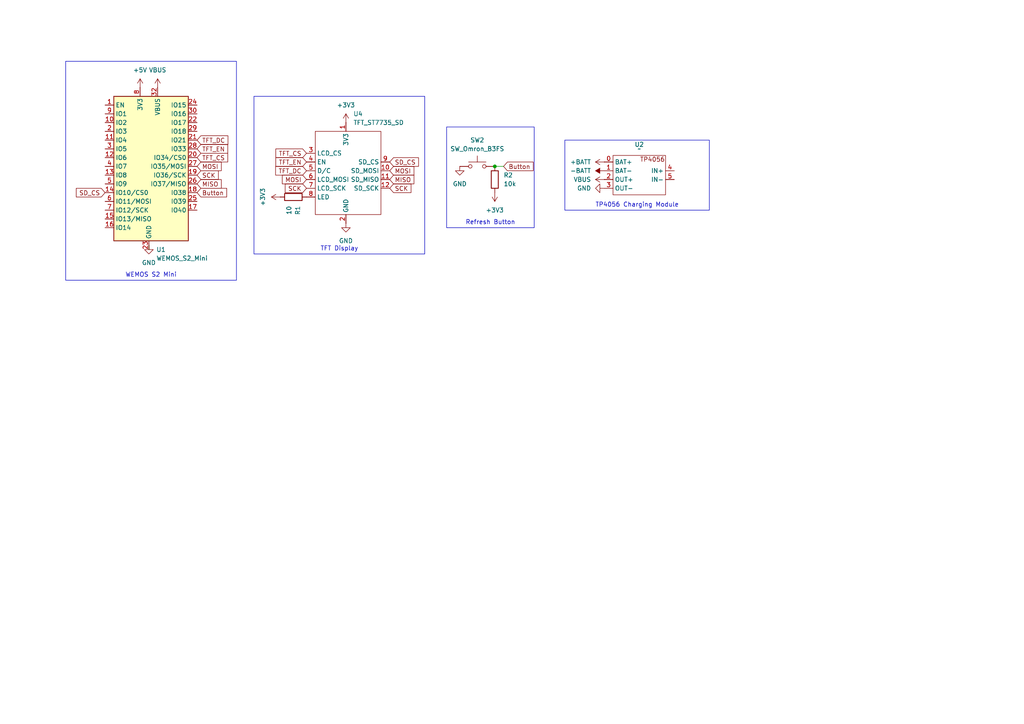
<source format=kicad_sch>
(kicad_sch
	(version 20241209)
	(generator "eeschema")
	(generator_version "8.99")
	(uuid "c79e4914-4b7d-4f53-856d-980a3bf819a4")
	(paper "A4")
	(lib_symbols
		(symbol "Device:R"
			(pin_numbers
				(hide yes)
			)
			(pin_names
				(offset 0)
			)
			(exclude_from_sim no)
			(in_bom yes)
			(on_board yes)
			(property "Reference" "R"
				(at 2.032 0 90)
				(effects
					(font
						(size 1.27 1.27)
					)
				)
			)
			(property "Value" "R"
				(at 0 0 90)
				(effects
					(font
						(size 1.27 1.27)
					)
				)
			)
			(property "Footprint" ""
				(at -1.778 0 90)
				(effects
					(font
						(size 1.27 1.27)
					)
					(hide yes)
				)
			)
			(property "Datasheet" "~"
				(at 0 0 0)
				(effects
					(font
						(size 1.27 1.27)
					)
					(hide yes)
				)
			)
			(property "Description" "Resistor"
				(at 0 0 0)
				(effects
					(font
						(size 1.27 1.27)
					)
					(hide yes)
				)
			)
			(property "ki_keywords" "R res resistor"
				(at 0 0 0)
				(effects
					(font
						(size 1.27 1.27)
					)
					(hide yes)
				)
			)
			(property "ki_fp_filters" "R_*"
				(at 0 0 0)
				(effects
					(font
						(size 1.27 1.27)
					)
					(hide yes)
				)
			)
			(symbol "R_0_1"
				(rectangle
					(start -1.016 -2.54)
					(end 1.016 2.54)
					(stroke
						(width 0.254)
						(type default)
					)
					(fill
						(type none)
					)
				)
			)
			(symbol "R_1_1"
				(pin passive line
					(at 0 3.81 270)
					(length 1.27)
					(name "~"
						(effects
							(font
								(size 1.27 1.27)
							)
						)
					)
					(number "1"
						(effects
							(font
								(size 1.27 1.27)
							)
						)
					)
				)
				(pin passive line
					(at 0 -3.81 90)
					(length 1.27)
					(name "~"
						(effects
							(font
								(size 1.27 1.27)
							)
						)
					)
					(number "2"
						(effects
							(font
								(size 1.27 1.27)
							)
						)
					)
				)
			)
			(embedded_fonts no)
		)
		(symbol "Switch:SW_Omron_B3FS"
			(pin_numbers
				(hide yes)
			)
			(pin_names
				(offset 1.016)
				(hide yes)
			)
			(exclude_from_sim no)
			(in_bom yes)
			(on_board yes)
			(property "Reference" "SW"
				(at 1.27 2.54 0)
				(effects
					(font
						(size 1.27 1.27)
					)
					(justify left)
				)
			)
			(property "Value" "SW_Omron_B3FS"
				(at 0 -1.524 0)
				(effects
					(font
						(size 1.27 1.27)
					)
				)
			)
			(property "Footprint" ""
				(at 0 5.08 0)
				(effects
					(font
						(size 1.27 1.27)
					)
					(hide yes)
				)
			)
			(property "Datasheet" "https://omronfs.omron.com/en_US/ecb/products/pdf/en-b3fs.pdf"
				(at 0 5.08 0)
				(effects
					(font
						(size 1.27 1.27)
					)
					(hide yes)
				)
			)
			(property "Description" "Omron B3FS 6x6mm single pole normally-open tactile switch"
				(at 0 0 0)
				(effects
					(font
						(size 1.27 1.27)
					)
					(hide yes)
				)
			)
			(property "ki_keywords" "switch normally-open pushbutton push-button"
				(at 0 0 0)
				(effects
					(font
						(size 1.27 1.27)
					)
					(hide yes)
				)
			)
			(property "ki_fp_filters" "SW*Omron*B3FS*"
				(at 0 0 0)
				(effects
					(font
						(size 1.27 1.27)
					)
					(hide yes)
				)
			)
			(symbol "SW_Omron_B3FS_0_1"
				(circle
					(center -2.032 0)
					(radius 0.508)
					(stroke
						(width 0)
						(type default)
					)
					(fill
						(type none)
					)
				)
				(polyline
					(pts
						(xy 0 1.27) (xy 0 3.048)
					)
					(stroke
						(width 0)
						(type default)
					)
					(fill
						(type none)
					)
				)
				(circle
					(center 2.032 0)
					(radius 0.508)
					(stroke
						(width 0)
						(type default)
					)
					(fill
						(type none)
					)
				)
				(polyline
					(pts
						(xy 2.54 1.27) (xy -2.54 1.27)
					)
					(stroke
						(width 0)
						(type default)
					)
					(fill
						(type none)
					)
				)
				(pin passive line
					(at -5.08 0 0)
					(length 2.54)
					(name "1"
						(effects
							(font
								(size 1.27 1.27)
							)
						)
					)
					(number "1"
						(effects
							(font
								(size 1.27 1.27)
							)
						)
					)
				)
				(pin passive line
					(at 5.08 0 180)
					(length 2.54)
					(name "2"
						(effects
							(font
								(size 1.27 1.27)
							)
						)
					)
					(number "2"
						(effects
							(font
								(size 1.27 1.27)
							)
						)
					)
				)
			)
			(embedded_fonts no)
		)
		(symbol "asylum-weather:TFT_ST7735_SD"
			(exclude_from_sim no)
			(in_bom yes)
			(on_board yes)
			(property "Reference" "U"
				(at 6.858 -15.748 0)
				(effects
					(font
						(size 1.27 1.27)
					)
				)
			)
			(property "Value" "TFT_ST7735_SD"
				(at 13.462 -18.288 0)
				(effects
					(font
						(size 1.27 1.27)
					)
				)
			)
			(property "Footprint" "asylum-weather:TFT_ST7735_SD"
				(at 0 0 0)
				(effects
					(font
						(size 1.27 1.27)
					)
					(hide yes)
				)
			)
			(property "Datasheet" ""
				(at 0 0 0)
				(effects
					(font
						(size 1.27 1.27)
					)
					(hide yes)
				)
			)
			(property "Description" ""
				(at 0 0 0)
				(effects
					(font
						(size 1.27 1.27)
					)
					(hide yes)
				)
			)
			(symbol "TFT_ST7735_SD_0_1"
				(rectangle
					(start -5.08 10.16)
					(end 13.97 -13.97)
					(stroke
						(width 0)
						(type default)
					)
					(fill
						(type none)
					)
				)
			)
			(symbol "TFT_ST7735_SD_1_1"
				(pin input line
					(at -7.62 3.81 0)
					(length 2.54)
					(name "LCD_CS"
						(effects
							(font
								(size 1.27 1.27)
							)
						)
					)
					(number "3"
						(effects
							(font
								(size 1.27 1.27)
							)
						)
					)
				)
				(pin input line
					(at -7.62 1.27 0)
					(length 2.54)
					(name "EN"
						(effects
							(font
								(size 1.27 1.27)
							)
						)
					)
					(number "4"
						(effects
							(font
								(size 1.27 1.27)
							)
						)
					)
				)
				(pin input line
					(at -7.62 -1.27 0)
					(length 2.54)
					(name "D/C"
						(effects
							(font
								(size 1.27 1.27)
							)
						)
					)
					(number "5"
						(effects
							(font
								(size 1.27 1.27)
							)
						)
					)
				)
				(pin input line
					(at -7.62 -3.81 0)
					(length 2.54)
					(name "LCD_MOSI"
						(effects
							(font
								(size 1.27 1.27)
							)
						)
					)
					(number "6"
						(effects
							(font
								(size 1.27 1.27)
							)
						)
					)
				)
				(pin input line
					(at -7.62 -6.35 0)
					(length 2.54)
					(name "LCD_SCK"
						(effects
							(font
								(size 1.27 1.27)
							)
						)
					)
					(number "7"
						(effects
							(font
								(size 1.27 1.27)
							)
						)
					)
				)
				(pin power_in line
					(at -7.62 -8.89 0)
					(length 2.54)
					(name "LED"
						(effects
							(font
								(size 1.27 1.27)
							)
						)
					)
					(number "8"
						(effects
							(font
								(size 1.27 1.27)
							)
						)
					)
				)
				(pin power_in line
					(at 3.81 12.7 270)
					(length 2.54)
					(name "3V3"
						(effects
							(font
								(size 1.27 1.27)
							)
						)
					)
					(number "1"
						(effects
							(font
								(size 1.27 1.27)
							)
						)
					)
				)
				(pin power_in line
					(at 3.81 -16.51 90)
					(length 2.54)
					(name "GND"
						(effects
							(font
								(size 1.27 1.27)
							)
						)
					)
					(number "2"
						(effects
							(font
								(size 1.27 1.27)
							)
						)
					)
				)
				(pin input line
					(at 16.51 1.27 180)
					(length 2.54)
					(name "SD_CS"
						(effects
							(font
								(size 1.27 1.27)
							)
						)
					)
					(number "9"
						(effects
							(font
								(size 1.27 1.27)
							)
						)
					)
				)
				(pin input line
					(at 16.51 -1.27 180)
					(length 2.54)
					(name "SD_MOSI"
						(effects
							(font
								(size 1.27 1.27)
							)
						)
					)
					(number "10"
						(effects
							(font
								(size 1.27 1.27)
							)
						)
					)
				)
				(pin output line
					(at 16.51 -3.81 180)
					(length 2.54)
					(name "SD_MISO"
						(effects
							(font
								(size 1.27 1.27)
							)
						)
					)
					(number "11"
						(effects
							(font
								(size 1.27 1.27)
							)
						)
					)
				)
				(pin input line
					(at 16.51 -6.35 180)
					(length 2.54)
					(name "SD_SCK"
						(effects
							(font
								(size 1.27 1.27)
							)
						)
					)
					(number "12"
						(effects
							(font
								(size 1.27 1.27)
							)
						)
					)
				)
			)
			(embedded_fonts no)
		)
		(symbol "asylum-weather:TP4056"
			(exclude_from_sim no)
			(in_bom yes)
			(on_board yes)
			(property "Reference" "U"
				(at 0 0 0)
				(effects
					(font
						(size 1.27 1.27)
					)
				)
			)
			(property "Value" ""
				(at 0 0 0)
				(effects
					(font
						(size 1.27 1.27)
					)
				)
			)
			(property "Footprint" ""
				(at 0 0 0)
				(effects
					(font
						(size 1.27 1.27)
					)
					(hide yes)
				)
			)
			(property "Datasheet" ""
				(at 0 0 0)
				(effects
					(font
						(size 1.27 1.27)
					)
					(hide yes)
				)
			)
			(property "Description" ""
				(at 0 0 0)
				(effects
					(font
						(size 1.27 1.27)
					)
					(hide yes)
				)
			)
			(symbol "TP4056_0_1"
				(rectangle
					(start -7.62 5.715)
					(end 7.62 -5.715)
					(stroke
						(width 0)
						(type default)
					)
					(fill
						(type none)
					)
				)
			)
			(symbol "TP4056_1_1"
				(text "TP4056\n"
					(at 3.81 4.572 0)
					(effects
						(font
							(size 1.27 1.27)
						)
					)
				)
				(pin power_out line
					(at -10.16 3.81 0)
					(length 2.54)
					(name "BAT+"
						(effects
							(font
								(size 1.27 1.27)
							)
						)
					)
					(number "0"
						(effects
							(font
								(size 1.27 1.27)
							)
						)
					)
				)
				(pin power_out line
					(at -10.16 1.27 0)
					(length 2.54)
					(name "BAT-"
						(effects
							(font
								(size 1.27 1.27)
							)
						)
					)
					(number "1"
						(effects
							(font
								(size 1.27 1.27)
							)
						)
					)
				)
				(pin power_out line
					(at -10.16 -1.27 0)
					(length 2.54)
					(name "OUT+"
						(effects
							(font
								(size 1.27 1.27)
							)
						)
					)
					(number "2"
						(effects
							(font
								(size 1.27 1.27)
							)
						)
					)
				)
				(pin power_out line
					(at -10.16 -3.81 0)
					(length 2.54)
					(name "OUT-"
						(effects
							(font
								(size 1.27 1.27)
							)
						)
					)
					(number "3"
						(effects
							(font
								(size 1.27 1.27)
							)
						)
					)
				)
				(pin power_out line
					(at 10.16 1.27 180)
					(length 2.54)
					(name "IN+"
						(effects
							(font
								(size 1.27 1.27)
							)
						)
					)
					(number "4"
						(effects
							(font
								(size 1.27 1.27)
							)
						)
					)
				)
				(pin power_out line
					(at 10.16 -1.27 180)
					(length 2.54)
					(name "IN-"
						(effects
							(font
								(size 1.27 1.27)
							)
						)
					)
					(number "5"
						(effects
							(font
								(size 1.27 1.27)
							)
						)
					)
				)
			)
			(embedded_fonts no)
		)
		(symbol "asylum-weather:WEMOS_S2_Mini"
			(exclude_from_sim no)
			(in_bom yes)
			(on_board yes)
			(property "Reference" "U1"
				(at 21.336 -29.21 0)
				(effects
					(font
						(size 1.27 1.27)
					)
					(justify left)
				)
			)
			(property "Value" "WEMOS_S2_Mini"
				(at 21.336 -31.75 0)
				(effects
					(font
						(size 1.27 1.27)
					)
					(justify left)
				)
			)
			(property "Footprint" "asylum-weather:WEMOS_S2_Mini"
				(at 0 -29.21 0)
				(effects
					(font
						(size 1.27 1.27)
					)
					(hide yes)
				)
			)
			(property "Datasheet" "https://wiki.wemos.cc/products:d1:d1_mini#documentation"
				(at -46.99 -29.21 0)
				(effects
					(font
						(size 1.27 1.27)
					)
					(hide yes)
				)
			)
			(property "Description" "32-bit microcontroller module with WiFi"
				(at 0 0 0)
				(effects
					(font
						(size 1.27 1.27)
					)
					(hide yes)
				)
			)
			(property "ki_keywords" "ESP8266 WiFi microcontroller ESP8266EX"
				(at 0 0 0)
				(effects
					(font
						(size 1.27 1.27)
					)
					(hide yes)
				)
			)
			(property "ki_fp_filters" "WEMOS*D1*mini*"
				(at 0 0 0)
				(effects
					(font
						(size 1.27 1.27)
					)
					(hide yes)
				)
			)
			(symbol "WEMOS_S2_Mini_1_1"
				(rectangle
					(start -7.62 17.78)
					(end 13.97 -24.13)
					(stroke
						(width 0.254)
						(type default)
					)
					(fill
						(type background)
					)
				)
				(pin input line
					(at -10.16 15.24 0)
					(length 2.54)
					(name "EN"
						(effects
							(font
								(size 1.27 1.27)
							)
						)
					)
					(number "1"
						(effects
							(font
								(size 1.27 1.27)
							)
						)
					)
				)
				(pin bidirectional line
					(at -10.16 12.7 0)
					(length 2.54)
					(name "IO1"
						(effects
							(font
								(size 1.27 1.27)
							)
						)
					)
					(number "9"
						(effects
							(font
								(size 1.27 1.27)
							)
						)
					)
				)
				(pin bidirectional line
					(at -10.16 10.16 0)
					(length 2.54)
					(name "IO2"
						(effects
							(font
								(size 1.27 1.27)
							)
						)
					)
					(number "10"
						(effects
							(font
								(size 1.27 1.27)
							)
						)
					)
				)
				(pin bidirectional line
					(at -10.16 7.62 0)
					(length 2.54)
					(name "IO3"
						(effects
							(font
								(size 1.27 1.27)
							)
						)
					)
					(number "2"
						(effects
							(font
								(size 1.27 1.27)
							)
						)
					)
				)
				(pin bidirectional line
					(at -10.16 5.08 0)
					(length 2.54)
					(name "IO4"
						(effects
							(font
								(size 1.27 1.27)
							)
						)
					)
					(number "11"
						(effects
							(font
								(size 1.27 1.27)
							)
						)
					)
				)
				(pin bidirectional line
					(at -10.16 2.54 0)
					(length 2.54)
					(name "IO5"
						(effects
							(font
								(size 1.27 1.27)
							)
						)
					)
					(number "3"
						(effects
							(font
								(size 1.27 1.27)
							)
						)
					)
				)
				(pin bidirectional line
					(at -10.16 0 0)
					(length 2.54)
					(name "IO6"
						(effects
							(font
								(size 1.27 1.27)
							)
						)
					)
					(number "12"
						(effects
							(font
								(size 1.27 1.27)
							)
						)
					)
				)
				(pin bidirectional line
					(at -10.16 -2.54 0)
					(length 2.54)
					(name "IO7"
						(effects
							(font
								(size 1.27 1.27)
							)
						)
					)
					(number "4"
						(effects
							(font
								(size 1.27 1.27)
							)
						)
					)
				)
				(pin bidirectional line
					(at -10.16 -5.08 0)
					(length 2.54)
					(name "IO8"
						(effects
							(font
								(size 1.27 1.27)
							)
						)
					)
					(number "13"
						(effects
							(font
								(size 1.27 1.27)
							)
						)
					)
				)
				(pin bidirectional line
					(at -10.16 -7.62 0)
					(length 2.54)
					(name "IO9"
						(effects
							(font
								(size 1.27 1.27)
							)
						)
					)
					(number "5"
						(effects
							(font
								(size 1.27 1.27)
							)
						)
					)
				)
				(pin bidirectional line
					(at -10.16 -10.16 0)
					(length 2.54)
					(name "IO10/CS0"
						(effects
							(font
								(size 1.27 1.27)
							)
						)
					)
					(number "14"
						(effects
							(font
								(size 1.27 1.27)
							)
						)
					)
				)
				(pin bidirectional line
					(at -10.16 -12.7 0)
					(length 2.54)
					(name "IO11/MOSI"
						(effects
							(font
								(size 1.27 1.27)
							)
						)
					)
					(number "6"
						(effects
							(font
								(size 1.27 1.27)
							)
						)
					)
				)
				(pin bidirectional line
					(at -10.16 -15.24 0)
					(length 2.54)
					(name "IO12/SCK"
						(effects
							(font
								(size 1.27 1.27)
							)
						)
					)
					(number "7"
						(effects
							(font
								(size 1.27 1.27)
							)
						)
					)
				)
				(pin bidirectional line
					(at -10.16 -17.78 0)
					(length 2.54)
					(name "IO13/MISO"
						(effects
							(font
								(size 1.27 1.27)
							)
						)
					)
					(number "15"
						(effects
							(font
								(size 1.27 1.27)
							)
						)
					)
				)
				(pin bidirectional line
					(at -10.16 -20.32 0)
					(length 2.54)
					(name "IO14"
						(effects
							(font
								(size 1.27 1.27)
							)
						)
					)
					(number "16"
						(effects
							(font
								(size 1.27 1.27)
							)
						)
					)
				)
				(pin power_out line
					(at 0 20.32 270)
					(length 2.54)
					(name "3V3"
						(effects
							(font
								(size 1.27 1.27)
							)
						)
					)
					(number "8"
						(effects
							(font
								(size 1.27 1.27)
							)
						)
					)
				)
				(pin power_out line
					(at 2.54 -26.67 90)
					(length 2.54)
					(name "GND"
						(effects
							(font
								(size 1.27 1.27)
							)
						)
					)
					(number "23"
						(effects
							(font
								(size 1.27 1.27)
							)
						)
					)
				)
				(pin power_in line
					(at 5.08 20.32 270)
					(length 2.54)
					(name "VBUS"
						(effects
							(font
								(size 1.27 1.27)
							)
						)
					)
					(number "32"
						(effects
							(font
								(size 1.27 1.27)
							)
						)
					)
				)
				(pin bidirectional line
					(at 16.51 15.24 180)
					(length 2.54)
					(name "IO15"
						(effects
							(font
								(size 1.27 1.27)
							)
						)
					)
					(number "24"
						(effects
							(font
								(size 1.27 1.27)
							)
						)
					)
				)
				(pin bidirectional line
					(at 16.51 12.7 180)
					(length 2.54)
					(name "IO16"
						(effects
							(font
								(size 1.27 1.27)
							)
						)
					)
					(number "30"
						(effects
							(font
								(size 1.27 1.27)
							)
						)
					)
				)
				(pin bidirectional line
					(at 16.51 10.16 180)
					(length 2.54)
					(name "IO17"
						(effects
							(font
								(size 1.27 1.27)
							)
						)
					)
					(number "22"
						(effects
							(font
								(size 1.27 1.27)
							)
						)
					)
				)
				(pin bidirectional line
					(at 16.51 7.62 180)
					(length 2.54)
					(name "IO18"
						(effects
							(font
								(size 1.27 1.27)
							)
						)
					)
					(number "29"
						(effects
							(font
								(size 1.27 1.27)
							)
						)
					)
				)
				(pin bidirectional line
					(at 16.51 5.08 180)
					(length 2.54)
					(name "IO21"
						(effects
							(font
								(size 1.27 1.27)
							)
						)
					)
					(number "21"
						(effects
							(font
								(size 1.27 1.27)
							)
						)
					)
				)
				(pin bidirectional line
					(at 16.51 2.54 180)
					(length 2.54)
					(name "IO33"
						(effects
							(font
								(size 1.27 1.27)
							)
						)
					)
					(number "28"
						(effects
							(font
								(size 1.27 1.27)
							)
						)
					)
				)
				(pin bidirectional line
					(at 16.51 0 180)
					(length 2.54)
					(name "IO34/CS0"
						(effects
							(font
								(size 1.27 1.27)
							)
						)
					)
					(number "20"
						(effects
							(font
								(size 1.27 1.27)
							)
						)
					)
				)
				(pin bidirectional line
					(at 16.51 -2.54 180)
					(length 2.54)
					(name "IO35/MOSI"
						(effects
							(font
								(size 1.27 1.27)
							)
						)
					)
					(number "27"
						(effects
							(font
								(size 1.27 1.27)
							)
						)
					)
				)
				(pin bidirectional line
					(at 16.51 -5.08 180)
					(length 2.54)
					(name "IO36/SCK"
						(effects
							(font
								(size 1.27 1.27)
							)
						)
					)
					(number "19"
						(effects
							(font
								(size 1.27 1.27)
							)
						)
					)
				)
				(pin bidirectional line
					(at 16.51 -7.62 180)
					(length 2.54)
					(name "IO37/MISO"
						(effects
							(font
								(size 1.27 1.27)
							)
						)
					)
					(number "26"
						(effects
							(font
								(size 1.27 1.27)
							)
						)
					)
				)
				(pin bidirectional line
					(at 16.51 -10.16 180)
					(length 2.54)
					(name "IO38"
						(effects
							(font
								(size 1.27 1.27)
							)
						)
					)
					(number "18"
						(effects
							(font
								(size 1.27 1.27)
							)
						)
					)
				)
				(pin bidirectional line
					(at 16.51 -12.7 180)
					(length 2.54)
					(name "IO39"
						(effects
							(font
								(size 1.27 1.27)
							)
						)
					)
					(number "25"
						(effects
							(font
								(size 1.27 1.27)
							)
						)
					)
				)
				(pin bidirectional line
					(at 16.51 -15.24 180)
					(length 2.54)
					(name "IO40"
						(effects
							(font
								(size 1.27 1.27)
							)
						)
					)
					(number "17"
						(effects
							(font
								(size 1.27 1.27)
							)
						)
					)
				)
			)
			(embedded_fonts no)
		)
		(symbol "power:+3V3"
			(power)
			(pin_numbers
				(hide yes)
			)
			(pin_names
				(offset 0)
				(hide yes)
			)
			(exclude_from_sim no)
			(in_bom yes)
			(on_board yes)
			(property "Reference" "#PWR"
				(at 0 -3.81 0)
				(effects
					(font
						(size 1.27 1.27)
					)
					(hide yes)
				)
			)
			(property "Value" "+3V3"
				(at 0 3.556 0)
				(effects
					(font
						(size 1.27 1.27)
					)
				)
			)
			(property "Footprint" ""
				(at 0 0 0)
				(effects
					(font
						(size 1.27 1.27)
					)
					(hide yes)
				)
			)
			(property "Datasheet" ""
				(at 0 0 0)
				(effects
					(font
						(size 1.27 1.27)
					)
					(hide yes)
				)
			)
			(property "Description" "Power symbol creates a global label with name \"+3V3\""
				(at 0 0 0)
				(effects
					(font
						(size 1.27 1.27)
					)
					(hide yes)
				)
			)
			(property "ki_keywords" "global power"
				(at 0 0 0)
				(effects
					(font
						(size 1.27 1.27)
					)
					(hide yes)
				)
			)
			(symbol "+3V3_0_1"
				(polyline
					(pts
						(xy -0.762 1.27) (xy 0 2.54)
					)
					(stroke
						(width 0)
						(type default)
					)
					(fill
						(type none)
					)
				)
				(polyline
					(pts
						(xy 0 2.54) (xy 0.762 1.27)
					)
					(stroke
						(width 0)
						(type default)
					)
					(fill
						(type none)
					)
				)
				(polyline
					(pts
						(xy 0 0) (xy 0 2.54)
					)
					(stroke
						(width 0)
						(type default)
					)
					(fill
						(type none)
					)
				)
			)
			(symbol "+3V3_1_1"
				(pin power_in line
					(at 0 0 90)
					(length 0)
					(name "~"
						(effects
							(font
								(size 1.27 1.27)
							)
						)
					)
					(number "1"
						(effects
							(font
								(size 1.27 1.27)
							)
						)
					)
				)
			)
			(embedded_fonts no)
		)
		(symbol "power:+5V"
			(power)
			(pin_numbers
				(hide yes)
			)
			(pin_names
				(offset 0)
				(hide yes)
			)
			(exclude_from_sim no)
			(in_bom yes)
			(on_board yes)
			(property "Reference" "#PWR"
				(at 0 -3.81 0)
				(effects
					(font
						(size 1.27 1.27)
					)
					(hide yes)
				)
			)
			(property "Value" "+5V"
				(at 0 3.556 0)
				(effects
					(font
						(size 1.27 1.27)
					)
				)
			)
			(property "Footprint" ""
				(at 0 0 0)
				(effects
					(font
						(size 1.27 1.27)
					)
					(hide yes)
				)
			)
			(property "Datasheet" ""
				(at 0 0 0)
				(effects
					(font
						(size 1.27 1.27)
					)
					(hide yes)
				)
			)
			(property "Description" "Power symbol creates a global label with name \"+5V\""
				(at 0 0 0)
				(effects
					(font
						(size 1.27 1.27)
					)
					(hide yes)
				)
			)
			(property "ki_keywords" "global power"
				(at 0 0 0)
				(effects
					(font
						(size 1.27 1.27)
					)
					(hide yes)
				)
			)
			(symbol "+5V_0_1"
				(polyline
					(pts
						(xy -0.762 1.27) (xy 0 2.54)
					)
					(stroke
						(width 0)
						(type default)
					)
					(fill
						(type none)
					)
				)
				(polyline
					(pts
						(xy 0 2.54) (xy 0.762 1.27)
					)
					(stroke
						(width 0)
						(type default)
					)
					(fill
						(type none)
					)
				)
				(polyline
					(pts
						(xy 0 0) (xy 0 2.54)
					)
					(stroke
						(width 0)
						(type default)
					)
					(fill
						(type none)
					)
				)
			)
			(symbol "+5V_1_1"
				(pin power_in line
					(at 0 0 90)
					(length 0)
					(name "~"
						(effects
							(font
								(size 1.27 1.27)
							)
						)
					)
					(number "1"
						(effects
							(font
								(size 1.27 1.27)
							)
						)
					)
				)
			)
			(embedded_fonts no)
		)
		(symbol "power:+BATT"
			(power)
			(pin_numbers
				(hide yes)
			)
			(pin_names
				(offset 0)
				(hide yes)
			)
			(exclude_from_sim no)
			(in_bom yes)
			(on_board yes)
			(property "Reference" "#PWR"
				(at 0 -3.81 0)
				(effects
					(font
						(size 1.27 1.27)
					)
					(hide yes)
				)
			)
			(property "Value" "+BATT"
				(at 0 3.556 0)
				(effects
					(font
						(size 1.27 1.27)
					)
				)
			)
			(property "Footprint" ""
				(at 0 0 0)
				(effects
					(font
						(size 1.27 1.27)
					)
					(hide yes)
				)
			)
			(property "Datasheet" ""
				(at 0 0 0)
				(effects
					(font
						(size 1.27 1.27)
					)
					(hide yes)
				)
			)
			(property "Description" "Power symbol creates a global label with name \"+BATT\""
				(at 0 0 0)
				(effects
					(font
						(size 1.27 1.27)
					)
					(hide yes)
				)
			)
			(property "ki_keywords" "global power battery"
				(at 0 0 0)
				(effects
					(font
						(size 1.27 1.27)
					)
					(hide yes)
				)
			)
			(symbol "+BATT_0_1"
				(polyline
					(pts
						(xy -0.762 1.27) (xy 0 2.54)
					)
					(stroke
						(width 0)
						(type default)
					)
					(fill
						(type none)
					)
				)
				(polyline
					(pts
						(xy 0 2.54) (xy 0.762 1.27)
					)
					(stroke
						(width 0)
						(type default)
					)
					(fill
						(type none)
					)
				)
				(polyline
					(pts
						(xy 0 0) (xy 0 2.54)
					)
					(stroke
						(width 0)
						(type default)
					)
					(fill
						(type none)
					)
				)
			)
			(symbol "+BATT_1_1"
				(pin power_in line
					(at 0 0 90)
					(length 0)
					(name "~"
						(effects
							(font
								(size 1.27 1.27)
							)
						)
					)
					(number "1"
						(effects
							(font
								(size 1.27 1.27)
							)
						)
					)
				)
			)
			(embedded_fonts no)
		)
		(symbol "power:-BATT"
			(power)
			(pin_numbers
				(hide yes)
			)
			(pin_names
				(offset 0)
				(hide yes)
			)
			(exclude_from_sim no)
			(in_bom yes)
			(on_board yes)
			(property "Reference" "#PWR"
				(at 0 -3.81 0)
				(effects
					(font
						(size 1.27 1.27)
					)
					(hide yes)
				)
			)
			(property "Value" "-BATT"
				(at 0 3.556 0)
				(effects
					(font
						(size 1.27 1.27)
					)
				)
			)
			(property "Footprint" ""
				(at 0 0 0)
				(effects
					(font
						(size 1.27 1.27)
					)
					(hide yes)
				)
			)
			(property "Datasheet" ""
				(at 0 0 0)
				(effects
					(font
						(size 1.27 1.27)
					)
					(hide yes)
				)
			)
			(property "Description" "Power symbol creates a global label with name \"-BATT\""
				(at 0 0 0)
				(effects
					(font
						(size 1.27 1.27)
					)
					(hide yes)
				)
			)
			(property "ki_keywords" "global power battery"
				(at 0 0 0)
				(effects
					(font
						(size 1.27 1.27)
					)
					(hide yes)
				)
			)
			(symbol "-BATT_0_1"
				(polyline
					(pts
						(xy 0 0) (xy 0 2.54)
					)
					(stroke
						(width 0)
						(type default)
					)
					(fill
						(type none)
					)
				)
				(polyline
					(pts
						(xy 0.762 1.27) (xy -0.762 1.27) (xy 0 2.54) (xy 0.762 1.27)
					)
					(stroke
						(width 0)
						(type default)
					)
					(fill
						(type outline)
					)
				)
			)
			(symbol "-BATT_1_1"
				(pin power_in line
					(at 0 0 90)
					(length 0)
					(name "~"
						(effects
							(font
								(size 1.27 1.27)
							)
						)
					)
					(number "1"
						(effects
							(font
								(size 1.27 1.27)
							)
						)
					)
				)
			)
			(embedded_fonts no)
		)
		(symbol "power:GND"
			(power)
			(pin_numbers
				(hide yes)
			)
			(pin_names
				(offset 0)
				(hide yes)
			)
			(exclude_from_sim no)
			(in_bom yes)
			(on_board yes)
			(property "Reference" "#PWR"
				(at 0 -6.35 0)
				(effects
					(font
						(size 1.27 1.27)
					)
					(hide yes)
				)
			)
			(property "Value" "GND"
				(at 0 -3.81 0)
				(effects
					(font
						(size 1.27 1.27)
					)
				)
			)
			(property "Footprint" ""
				(at 0 0 0)
				(effects
					(font
						(size 1.27 1.27)
					)
					(hide yes)
				)
			)
			(property "Datasheet" ""
				(at 0 0 0)
				(effects
					(font
						(size 1.27 1.27)
					)
					(hide yes)
				)
			)
			(property "Description" "Power symbol creates a global label with name \"GND\" , ground"
				(at 0 0 0)
				(effects
					(font
						(size 1.27 1.27)
					)
					(hide yes)
				)
			)
			(property "ki_keywords" "global power"
				(at 0 0 0)
				(effects
					(font
						(size 1.27 1.27)
					)
					(hide yes)
				)
			)
			(symbol "GND_0_1"
				(polyline
					(pts
						(xy 0 0) (xy 0 -1.27) (xy 1.27 -1.27) (xy 0 -2.54) (xy -1.27 -1.27) (xy 0 -1.27)
					)
					(stroke
						(width 0)
						(type default)
					)
					(fill
						(type none)
					)
				)
			)
			(symbol "GND_1_1"
				(pin power_in line
					(at 0 0 270)
					(length 0)
					(name "~"
						(effects
							(font
								(size 1.27 1.27)
							)
						)
					)
					(number "1"
						(effects
							(font
								(size 1.27 1.27)
							)
						)
					)
				)
			)
			(embedded_fonts no)
		)
		(symbol "power:VBUS"
			(power)
			(pin_numbers
				(hide yes)
			)
			(pin_names
				(offset 0)
				(hide yes)
			)
			(exclude_from_sim no)
			(in_bom yes)
			(on_board yes)
			(property "Reference" "#PWR"
				(at 0 -3.81 0)
				(effects
					(font
						(size 1.27 1.27)
					)
					(hide yes)
				)
			)
			(property "Value" "VBUS"
				(at 0 3.556 0)
				(effects
					(font
						(size 1.27 1.27)
					)
				)
			)
			(property "Footprint" ""
				(at 0 0 0)
				(effects
					(font
						(size 1.27 1.27)
					)
					(hide yes)
				)
			)
			(property "Datasheet" ""
				(at 0 0 0)
				(effects
					(font
						(size 1.27 1.27)
					)
					(hide yes)
				)
			)
			(property "Description" "Power symbol creates a global label with name \"VBUS\""
				(at 0 0 0)
				(effects
					(font
						(size 1.27 1.27)
					)
					(hide yes)
				)
			)
			(property "ki_keywords" "global power"
				(at 0 0 0)
				(effects
					(font
						(size 1.27 1.27)
					)
					(hide yes)
				)
			)
			(symbol "VBUS_0_1"
				(polyline
					(pts
						(xy -0.762 1.27) (xy 0 2.54)
					)
					(stroke
						(width 0)
						(type default)
					)
					(fill
						(type none)
					)
				)
				(polyline
					(pts
						(xy 0 2.54) (xy 0.762 1.27)
					)
					(stroke
						(width 0)
						(type default)
					)
					(fill
						(type none)
					)
				)
				(polyline
					(pts
						(xy 0 0) (xy 0 2.54)
					)
					(stroke
						(width 0)
						(type default)
					)
					(fill
						(type none)
					)
				)
			)
			(symbol "VBUS_1_1"
				(pin power_in line
					(at 0 0 90)
					(length 0)
					(name "~"
						(effects
							(font
								(size 1.27 1.27)
							)
						)
					)
					(number "1"
						(effects
							(font
								(size 1.27 1.27)
							)
						)
					)
				)
			)
			(embedded_fonts no)
		)
	)
	(text_box "Refresh Button\n"
		(exclude_from_sim no)
		(at 129.54 36.83 0)
		(size 25.4 29.21)
		(margins 0.9525 0.9525 0.9525 0.9525)
		(stroke
			(width 0)
			(type default)
		)
		(fill
			(type none)
		)
		(effects
			(font
				(size 1.27 1.27)
			)
			(justify bottom)
		)
		(uuid "65e9d80e-3f4d-4ab3-a453-be3119fce998")
	)
	(text_box "TP4056 Charging Module\n"
		(exclude_from_sim no)
		(at 163.83 40.64 0)
		(size 41.91 20.32)
		(margins 0.9525 0.9525 0.9525 0.9525)
		(stroke
			(width 0)
			(type default)
		)
		(fill
			(type none)
		)
		(effects
			(font
				(size 1.27 1.27)
			)
			(justify bottom)
		)
		(uuid "69747a7d-76cd-4c1a-8b68-319af0ca970b")
	)
	(text_box "TFT Display"
		(exclude_from_sim no)
		(at 73.66 27.94 0)
		(size 49.53 45.72)
		(margins 0.9525 0.9525 0.9525 0.9525)
		(stroke
			(width 0)
			(type default)
		)
		(fill
			(type none)
		)
		(effects
			(font
				(size 1.27 1.27)
			)
			(justify bottom)
		)
		(uuid "857de813-1f3c-4467-bef3-7254061cb610")
	)
	(text_box "WEMOS S2 Mini"
		(exclude_from_sim no)
		(at 19.05 17.78 0)
		(size 49.53 63.5)
		(margins 0.9525 0.9525 0.9525 0.9525)
		(stroke
			(width 0)
			(type default)
		)
		(fill
			(type none)
		)
		(effects
			(font
				(size 1.27 1.27)
			)
			(justify bottom)
		)
		(uuid "cc6c5b0b-0834-405f-bdaf-9e99f8475eaf")
	)
	(junction
		(at 143.51 48.26)
		(diameter 0)
		(color 0 0 0 0)
		(uuid "bc07f317-8226-4eb7-a16a-a1db5ac73f73")
	)
	(wire
		(pts
			(xy 43.18 72.39) (xy 43.18 71.12)
		)
		(stroke
			(width 0)
			(type default)
		)
		(uuid "106633f1-c170-49a4-a9fb-1fb5b2caf8ad")
	)
	(wire
		(pts
			(xy 143.51 48.26) (xy 146.05 48.26)
		)
		(stroke
			(width 0)
			(type default)
		)
		(uuid "749df409-549c-4577-afaa-6246dbd139ff")
	)
	(global_label "MISO"
		(shape input)
		(at 57.15 53.34 0)
		(fields_autoplaced yes)
		(effects
			(font
				(size 1.27 1.27)
			)
			(justify left)
		)
		(uuid "011faff2-2e20-4404-a81d-b87a84776448")
		(property "Intersheetrefs" "${INTERSHEET_REFS}"
			(at 64.7314 53.34 0)
			(effects
				(font
					(size 1.27 1.27)
				)
				(justify left)
				(hide yes)
			)
		)
	)
	(global_label "TFT_CS"
		(shape input)
		(at 88.9 44.45 180)
		(fields_autoplaced yes)
		(effects
			(font
				(size 1.27 1.27)
			)
			(justify right)
		)
		(uuid "06c8b9d7-d882-4c9a-ba90-008101d85c19")
		(property "Intersheetrefs" "${INTERSHEET_REFS}"
			(at 79.4439 44.45 0)
			(effects
				(font
					(size 1.27 1.27)
				)
				(justify right)
				(hide yes)
			)
		)
	)
	(global_label "SD_CS"
		(shape input)
		(at 113.03 46.99 0)
		(fields_autoplaced yes)
		(effects
			(font
				(size 1.27 1.27)
			)
			(justify left)
		)
		(uuid "0818c0ca-326c-4a7d-bec4-a4283fa6658a")
		(property "Intersheetrefs" "${INTERSHEET_REFS}"
			(at 121.9418 46.99 0)
			(effects
				(font
					(size 1.27 1.27)
				)
				(justify left)
				(hide yes)
			)
		)
	)
	(global_label "TFT_EN"
		(shape input)
		(at 88.9 46.99 180)
		(fields_autoplaced yes)
		(effects
			(font
				(size 1.27 1.27)
			)
			(justify right)
		)
		(uuid "157a91ab-a80b-42f1-9273-5fadfd719b9a")
		(property "Intersheetrefs" "${INTERSHEET_REFS}"
			(at 79.4439 46.99 0)
			(effects
				(font
					(size 1.27 1.27)
				)
				(justify right)
				(hide yes)
			)
		)
	)
	(global_label "SCK"
		(shape input)
		(at 57.15 50.8 0)
		(fields_autoplaced yes)
		(effects
			(font
				(size 1.27 1.27)
			)
			(justify left)
		)
		(uuid "2c36883d-a6c7-4971-810f-23cfed231ad6")
		(property "Intersheetrefs" "${INTERSHEET_REFS}"
			(at 63.8847 50.8 0)
			(effects
				(font
					(size 1.27 1.27)
				)
				(justify left)
				(hide yes)
			)
		)
	)
	(global_label "TFT_CS"
		(shape input)
		(at 57.15 45.72 0)
		(fields_autoplaced yes)
		(effects
			(font
				(size 1.27 1.27)
			)
			(justify left)
		)
		(uuid "34df8312-0cad-4db3-a27f-501e43ae5afc")
		(property "Intersheetrefs" "${INTERSHEET_REFS}"
			(at 66.6061 45.72 0)
			(effects
				(font
					(size 1.27 1.27)
				)
				(justify left)
				(hide yes)
			)
		)
	)
	(global_label "TFT_DC"
		(shape input)
		(at 57.15 40.64 0)
		(fields_autoplaced yes)
		(effects
			(font
				(size 1.27 1.27)
			)
			(justify left)
		)
		(uuid "595cc721-2ae7-446a-8205-c31365560426")
		(property "Intersheetrefs" "${INTERSHEET_REFS}"
			(at 66.6666 40.64 0)
			(effects
				(font
					(size 1.27 1.27)
				)
				(justify left)
				(hide yes)
			)
		)
	)
	(global_label "SD_CS"
		(shape input)
		(at 30.48 55.88 180)
		(fields_autoplaced yes)
		(effects
			(font
				(size 1.27 1.27)
			)
			(justify right)
		)
		(uuid "776cb8d0-223f-4c19-831d-dead961c7971")
		(property "Intersheetrefs" "${INTERSHEET_REFS}"
			(at 21.5682 55.88 0)
			(effects
				(font
					(size 1.27 1.27)
				)
				(justify right)
				(hide yes)
			)
		)
	)
	(global_label "SCK"
		(shape input)
		(at 88.9 54.61 180)
		(fields_autoplaced yes)
		(effects
			(font
				(size 1.27 1.27)
			)
			(justify right)
		)
		(uuid "78b277bf-41a7-4381-925c-128f4e669758")
		(property "Intersheetrefs" "${INTERSHEET_REFS}"
			(at 82.1653 54.61 0)
			(effects
				(font
					(size 1.27 1.27)
				)
				(justify right)
				(hide yes)
			)
		)
	)
	(global_label "Button"
		(shape input)
		(at 146.05 48.26 0)
		(fields_autoplaced yes)
		(effects
			(font
				(size 1.27 1.27)
			)
			(justify left)
		)
		(uuid "79eefb80-a543-4bd9-8d06-4a4482f105f7")
		(property "Intersheetrefs" "${INTERSHEET_REFS}"
			(at 155.2036 48.26 0)
			(effects
				(font
					(size 1.27 1.27)
				)
				(justify left)
				(hide yes)
			)
		)
	)
	(global_label "MISO"
		(shape input)
		(at 113.03 52.07 0)
		(fields_autoplaced yes)
		(effects
			(font
				(size 1.27 1.27)
			)
			(justify left)
		)
		(uuid "93a8974b-6673-4502-af9e-6e5ef1ec2e9e")
		(property "Intersheetrefs" "${INTERSHEET_REFS}"
			(at 120.6114 52.07 0)
			(effects
				(font
					(size 1.27 1.27)
				)
				(justify left)
				(hide yes)
			)
		)
	)
	(global_label "SCK"
		(shape input)
		(at 113.03 54.61 0)
		(fields_autoplaced yes)
		(effects
			(font
				(size 1.27 1.27)
			)
			(justify left)
		)
		(uuid "a17afa34-a0d7-49d3-abe7-70959140f83d")
		(property "Intersheetrefs" "${INTERSHEET_REFS}"
			(at 119.7647 54.61 0)
			(effects
				(font
					(size 1.27 1.27)
				)
				(justify left)
				(hide yes)
			)
		)
	)
	(global_label "Button"
		(shape input)
		(at 57.15 55.88 0)
		(fields_autoplaced yes)
		(effects
			(font
				(size 1.27 1.27)
			)
			(justify left)
		)
		(uuid "b15a9de3-78ed-4a0a-a829-7bd46c1b69bc")
		(property "Intersheetrefs" "${INTERSHEET_REFS}"
			(at 66.3036 55.88 0)
			(effects
				(font
					(size 1.27 1.27)
				)
				(justify left)
				(hide yes)
			)
		)
	)
	(global_label "MOSI"
		(shape input)
		(at 88.9 52.07 180)
		(fields_autoplaced yes)
		(effects
			(font
				(size 1.27 1.27)
			)
			(justify right)
		)
		(uuid "b70dee33-eb74-4a51-86e4-cb3f391a8c52")
		(property "Intersheetrefs" "${INTERSHEET_REFS}"
			(at 81.3186 52.07 0)
			(effects
				(font
					(size 1.27 1.27)
				)
				(justify right)
				(hide yes)
			)
		)
	)
	(global_label "TFT_EN"
		(shape input)
		(at 57.15 43.18 0)
		(fields_autoplaced yes)
		(effects
			(font
				(size 1.27 1.27)
			)
			(justify left)
		)
		(uuid "d9e3c9cf-1881-4030-a483-2b3c2f8336e2")
		(property "Intersheetrefs" "${INTERSHEET_REFS}"
			(at 66.6061 43.18 0)
			(effects
				(font
					(size 1.27 1.27)
				)
				(justify left)
				(hide yes)
			)
		)
	)
	(global_label "MOSI"
		(shape input)
		(at 113.03 49.53 0)
		(fields_autoplaced yes)
		(effects
			(font
				(size 1.27 1.27)
			)
			(justify left)
		)
		(uuid "e13cb2ba-59bd-43e3-b683-156d6e7c8b9e")
		(property "Intersheetrefs" "${INTERSHEET_REFS}"
			(at 120.6114 49.53 0)
			(effects
				(font
					(size 1.27 1.27)
				)
				(justify left)
				(hide yes)
			)
		)
	)
	(global_label "TFT_DC"
		(shape input)
		(at 88.9 49.53 180)
		(fields_autoplaced yes)
		(effects
			(font
				(size 1.27 1.27)
			)
			(justify right)
		)
		(uuid "e87ddd0b-16dc-425b-8970-6ed3a0387b1f")
		(property "Intersheetrefs" "${INTERSHEET_REFS}"
			(at 79.3834 49.53 0)
			(effects
				(font
					(size 1.27 1.27)
				)
				(justify right)
				(hide yes)
			)
		)
	)
	(global_label "MOSI"
		(shape input)
		(at 57.15 48.26 0)
		(fields_autoplaced yes)
		(effects
			(font
				(size 1.27 1.27)
			)
			(justify left)
		)
		(uuid "f9e6e49d-f05e-4065-bddf-0c26002c24e3")
		(property "Intersheetrefs" "${INTERSHEET_REFS}"
			(at 64.7314 48.26 0)
			(effects
				(font
					(size 1.27 1.27)
				)
				(justify left)
				(hide yes)
			)
		)
	)
	(symbol
		(lib_id "power:+3V3")
		(at 81.28 57.15 90)
		(unit 1)
		(exclude_from_sim no)
		(in_bom yes)
		(on_board yes)
		(dnp no)
		(fields_autoplaced yes)
		(uuid "2488b162-c4cf-456d-9509-e7c0411e8de2")
		(property "Reference" "#PWR07"
			(at 85.09 57.15 0)
			(effects
				(font
					(size 1.27 1.27)
				)
				(hide yes)
			)
		)
		(property "Value" "+3V3"
			(at 76.2 57.15 0)
			(effects
				(font
					(size 1.27 1.27)
				)
			)
		)
		(property "Footprint" ""
			(at 81.28 57.15 0)
			(effects
				(font
					(size 1.27 1.27)
				)
				(hide yes)
			)
		)
		(property "Datasheet" ""
			(at 81.28 57.15 0)
			(effects
				(font
					(size 1.27 1.27)
				)
				(hide yes)
			)
		)
		(property "Description" "Power symbol creates a global label with name \"+3V3\""
			(at 81.28 57.15 0)
			(effects
				(font
					(size 1.27 1.27)
				)
				(hide yes)
			)
		)
		(pin "1"
			(uuid "15af534c-97ef-4cf1-8141-7c25a59f0bbe")
		)
		(instances
			(project ""
				(path "/c79e4914-4b7d-4f53-856d-980a3bf819a4"
					(reference "#PWR07")
					(unit 1)
				)
			)
		)
	)
	(symbol
		(lib_id "asylum-weather:WEMOS_S2_Mini")
		(at 40.64 45.72 0)
		(unit 1)
		(exclude_from_sim no)
		(in_bom yes)
		(on_board yes)
		(dnp no)
		(fields_autoplaced yes)
		(uuid "28e3142b-951e-48e1-a487-7ec99cde3a5c")
		(property "Reference" "U1"
			(at 45.3233 72.39 0)
			(effects
				(font
					(size 1.27 1.27)
				)
				(justify left)
			)
		)
		(property "Value" "WEMOS_S2_Mini"
			(at 45.3233 74.93 0)
			(effects
				(font
					(size 1.27 1.27)
				)
				(justify left)
			)
		)
		(property "Footprint" "asylum-weather:WEMOS_S2_Mini"
			(at 40.64 74.93 0)
			(effects
				(font
					(size 1.27 1.27)
				)
				(hide yes)
			)
		)
		(property "Datasheet" "https://wiki.wemos.cc/products:d1:d1_mini#documentation"
			(at -6.35 74.93 0)
			(effects
				(font
					(size 1.27 1.27)
				)
				(hide yes)
			)
		)
		(property "Description" "32-bit microcontroller module with WiFi"
			(at 40.64 45.72 0)
			(effects
				(font
					(size 1.27 1.27)
				)
				(hide yes)
			)
		)
		(pin "22"
			(uuid "6ac3e668-085a-40b4-991e-4c20eef2dbad")
		)
		(pin "24"
			(uuid "0bf9eefd-aad5-4bff-9913-dbdca72851c2")
		)
		(pin "6"
			(uuid "dafb05ee-be65-47ef-83b3-7ff9881cfda3")
		)
		(pin "20"
			(uuid "fc0a9d7e-bb9d-44fd-98d8-e0119e9f7a19")
		)
		(pin "18"
			(uuid "8bc3fdb2-0a61-4145-9f0a-c4fbc120353e")
		)
		(pin "17"
			(uuid "b151657d-b99f-4ed9-ab3e-d88c2bd4085e")
		)
		(pin "19"
			(uuid "ca4b1908-5800-43d7-9306-e3cbcae7c46d")
		)
		(pin "9"
			(uuid "2c139009-1c50-4388-8add-1002ea217151")
		)
		(pin "32"
			(uuid "519d85cc-3b67-4b1e-b7cc-f9b7749025d6")
		)
		(pin "15"
			(uuid "98979357-6c40-4ba1-87cb-8cb0ed3ee114")
		)
		(pin "1"
			(uuid "cad21e98-913d-43d2-ae9d-4371c3a0b6ae")
		)
		(pin "3"
			(uuid "7f3b29ab-c457-4c89-8f5e-a3d32a350507")
		)
		(pin "12"
			(uuid "f489e51f-e8ec-4217-97ae-e65064ed0be2")
		)
		(pin "13"
			(uuid "93e7917d-fc4f-41ab-b4af-d2044ead2225")
		)
		(pin "5"
			(uuid "0921de01-f566-4387-89f3-3debc762f8bf")
		)
		(pin "11"
			(uuid "dbc51e36-b059-4fa1-a842-87c013f4bdc5")
		)
		(pin "14"
			(uuid "f624badb-f393-4973-9f8c-2d2354cbdb44")
		)
		(pin "16"
			(uuid "bacc5287-fab9-4d5e-9236-5c1af0d3d8a6")
		)
		(pin "8"
			(uuid "e7177009-ec4d-400c-9597-5cb20371c5cf")
		)
		(pin "23"
			(uuid "fa063ffa-b9fc-42ea-861f-c096558b29a3")
		)
		(pin "4"
			(uuid "a1620a23-1555-4d19-8252-535320965ef6")
		)
		(pin "7"
			(uuid "6df5a373-0c32-445c-a855-9d3a8e56d296")
		)
		(pin "30"
			(uuid "e85de04b-43ae-4383-a959-bde2dae2fc7b")
		)
		(pin "10"
			(uuid "d018551e-22b2-4838-9960-ebe2bed642ba")
		)
		(pin "2"
			(uuid "88869c02-2504-4a01-b959-bd3528c109bf")
		)
		(pin "29"
			(uuid "09cd2eb1-0bef-4130-b004-b30e209d9cda")
		)
		(pin "21"
			(uuid "74542761-baa4-4256-a025-322c22574346")
		)
		(pin "28"
			(uuid "30023904-6635-4f94-8775-0fa9d64861ce")
		)
		(pin "27"
			(uuid "c9331d29-9fb6-4652-8ac4-da69070800cd")
		)
		(pin "26"
			(uuid "44741702-68b2-41c0-a089-f9969eca788d")
		)
		(pin "25"
			(uuid "6b0d145f-6b8e-4c88-8ced-423f0d5acb34")
		)
		(instances
			(project ""
				(path "/c79e4914-4b7d-4f53-856d-980a3bf819a4"
					(reference "U1")
					(unit 1)
				)
			)
		)
	)
	(symbol
		(lib_id "power:+3V3")
		(at 143.51 55.88 180)
		(unit 1)
		(exclude_from_sim no)
		(in_bom yes)
		(on_board yes)
		(dnp no)
		(fields_autoplaced yes)
		(uuid "2f7f16fe-eaf3-498e-8937-c529c1982d0c")
		(property "Reference" "#PWR01"
			(at 143.51 52.07 0)
			(effects
				(font
					(size 1.27 1.27)
				)
				(hide yes)
			)
		)
		(property "Value" "+3V3"
			(at 143.51 60.96 0)
			(effects
				(font
					(size 1.27 1.27)
				)
			)
		)
		(property "Footprint" ""
			(at 143.51 55.88 0)
			(effects
				(font
					(size 1.27 1.27)
				)
				(hide yes)
			)
		)
		(property "Datasheet" ""
			(at 143.51 55.88 0)
			(effects
				(font
					(size 1.27 1.27)
				)
				(hide yes)
			)
		)
		(property "Description" "Power symbol creates a global label with name \"+3V3\""
			(at 143.51 55.88 0)
			(effects
				(font
					(size 1.27 1.27)
				)
				(hide yes)
			)
		)
		(pin "1"
			(uuid "f20cb231-3b60-4e26-abc0-bae14df4fbef")
		)
		(instances
			(project ""
				(path "/c79e4914-4b7d-4f53-856d-980a3bf819a4"
					(reference "#PWR01")
					(unit 1)
				)
			)
		)
	)
	(symbol
		(lib_id "asylum-weather:TP4056")
		(at 185.42 50.8 0)
		(unit 1)
		(exclude_from_sim no)
		(in_bom yes)
		(on_board yes)
		(dnp no)
		(fields_autoplaced yes)
		(uuid "3ce1cfa1-ccfe-49f1-818a-93efc13e4f36")
		(property "Reference" "U2"
			(at 185.42 41.91 0)
			(effects
				(font
					(size 1.27 1.27)
				)
			)
		)
		(property "Value" "~"
			(at 185.42 43.18 0)
			(effects
				(font
					(size 1.27 1.27)
				)
			)
		)
		(property "Footprint" "asylum-weather:TP4056"
			(at 185.42 50.8 0)
			(effects
				(font
					(size 1.27 1.27)
				)
				(hide yes)
			)
		)
		(property "Datasheet" ""
			(at 185.42 50.8 0)
			(effects
				(font
					(size 1.27 1.27)
				)
				(hide yes)
			)
		)
		(property "Description" ""
			(at 185.42 50.8 0)
			(effects
				(font
					(size 1.27 1.27)
				)
				(hide yes)
			)
		)
		(pin "5"
			(uuid "030690e8-6402-4772-86a1-da1eed8e6a89")
		)
		(pin "3"
			(uuid "fcb43431-64ed-46e9-9533-b56db3dae4d9")
		)
		(pin "0"
			(uuid "b86461df-1f4a-4627-bb56-a8fb270f74b2")
		)
		(pin "1"
			(uuid "5383b7b9-18ee-4339-b8ef-5b477618c070")
		)
		(pin "2"
			(uuid "9b87fc24-ac88-412f-8d5e-1e84726c329f")
		)
		(pin "4"
			(uuid "176b2f16-ba54-487c-8e4f-b549b3d61ce7")
		)
		(instances
			(project ""
				(path "/c79e4914-4b7d-4f53-856d-980a3bf819a4"
					(reference "U2")
					(unit 1)
				)
			)
		)
	)
	(symbol
		(lib_id "power:GND")
		(at 100.33 64.77 0)
		(unit 1)
		(exclude_from_sim no)
		(in_bom yes)
		(on_board yes)
		(dnp no)
		(fields_autoplaced yes)
		(uuid "6382f418-45c7-4211-8baf-13b8f4b6cb57")
		(property "Reference" "#PWR011"
			(at 100.33 71.12 0)
			(effects
				(font
					(size 1.27 1.27)
				)
				(hide yes)
			)
		)
		(property "Value" "GND"
			(at 100.33 69.85 0)
			(effects
				(font
					(size 1.27 1.27)
				)
			)
		)
		(property "Footprint" ""
			(at 100.33 64.77 0)
			(effects
				(font
					(size 1.27 1.27)
				)
				(hide yes)
			)
		)
		(property "Datasheet" ""
			(at 100.33 64.77 0)
			(effects
				(font
					(size 1.27 1.27)
				)
				(hide yes)
			)
		)
		(property "Description" "Power symbol creates a global label with name \"GND\" , ground"
			(at 100.33 64.77 0)
			(effects
				(font
					(size 1.27 1.27)
				)
				(hide yes)
			)
		)
		(pin "1"
			(uuid "4f288f92-819f-4f4b-9396-826562605f66")
		)
		(instances
			(project ""
				(path "/c79e4914-4b7d-4f53-856d-980a3bf819a4"
					(reference "#PWR011")
					(unit 1)
				)
			)
		)
	)
	(symbol
		(lib_id "Device:R")
		(at 85.09 57.15 270)
		(unit 1)
		(exclude_from_sim no)
		(in_bom yes)
		(on_board yes)
		(dnp no)
		(uuid "7e697a1d-d936-4082-8109-5a1d49c7f839")
		(property "Reference" "R1"
			(at 86.3601 59.69 0)
			(do_not_autoplace yes)
			(effects
				(font
					(size 1.27 1.27)
				)
				(justify left)
			)
		)
		(property "Value" "10"
			(at 83.8201 59.69 0)
			(effects
				(font
					(size 1.27 1.27)
				)
				(justify left)
			)
		)
		(property "Footprint" "Resistor_THT:R_Axial_DIN0309_L9.0mm_D3.2mm_P12.70mm_Horizontal"
			(at 85.09 55.372 90)
			(effects
				(font
					(size 1.27 1.27)
				)
				(hide yes)
			)
		)
		(property "Datasheet" "~"
			(at 85.09 57.15 0)
			(effects
				(font
					(size 1.27 1.27)
				)
				(hide yes)
			)
		)
		(property "Description" "Resistor"
			(at 85.09 57.15 0)
			(effects
				(font
					(size 1.27 1.27)
				)
				(hide yes)
			)
		)
		(pin "1"
			(uuid "bf0eb7af-19a6-4b20-a196-2d9d8782c908")
		)
		(pin "2"
			(uuid "4b557ab4-a3fc-46e0-ba58-35d4362204b6")
		)
		(instances
			(project ""
				(path "/c79e4914-4b7d-4f53-856d-980a3bf819a4"
					(reference "R1")
					(unit 1)
				)
			)
		)
	)
	(symbol
		(lib_id "power:VBUS")
		(at 175.26 52.07 90)
		(unit 1)
		(exclude_from_sim no)
		(in_bom yes)
		(on_board yes)
		(dnp no)
		(fields_autoplaced yes)
		(uuid "8c828868-836b-4d5b-9d74-5aedad2d4653")
		(property "Reference" "#PWR010"
			(at 179.07 52.07 0)
			(effects
				(font
					(size 1.27 1.27)
				)
				(hide yes)
			)
		)
		(property "Value" "VBUS"
			(at 171.45 52.0699 90)
			(effects
				(font
					(size 1.27 1.27)
				)
				(justify left)
			)
		)
		(property "Footprint" ""
			(at 175.26 52.07 0)
			(effects
				(font
					(size 1.27 1.27)
				)
				(hide yes)
			)
		)
		(property "Datasheet" ""
			(at 175.26 52.07 0)
			(effects
				(font
					(size 1.27 1.27)
				)
				(hide yes)
			)
		)
		(property "Description" "Power symbol creates a global label with name \"VBUS\""
			(at 175.26 52.07 0)
			(effects
				(font
					(size 1.27 1.27)
				)
				(hide yes)
			)
		)
		(pin "1"
			(uuid "d702a41d-3636-4903-a180-5dea2a2f8d09")
		)
		(instances
			(project ""
				(path "/c79e4914-4b7d-4f53-856d-980a3bf819a4"
					(reference "#PWR010")
					(unit 1)
				)
			)
		)
	)
	(symbol
		(lib_id "power:GND")
		(at 133.35 48.26 0)
		(unit 1)
		(exclude_from_sim no)
		(in_bom yes)
		(on_board yes)
		(dnp no)
		(fields_autoplaced yes)
		(uuid "9a2cccbd-dc46-4339-8e0b-53d6d6cafc99")
		(property "Reference" "#PWR02"
			(at 133.35 54.61 0)
			(effects
				(font
					(size 1.27 1.27)
				)
				(hide yes)
			)
		)
		(property "Value" "GND"
			(at 133.35 53.34 0)
			(effects
				(font
					(size 1.27 1.27)
				)
			)
		)
		(property "Footprint" ""
			(at 133.35 48.26 0)
			(effects
				(font
					(size 1.27 1.27)
				)
				(hide yes)
			)
		)
		(property "Datasheet" ""
			(at 133.35 48.26 0)
			(effects
				(font
					(size 1.27 1.27)
				)
				(hide yes)
			)
		)
		(property "Description" "Power symbol creates a global label with name \"GND\" , ground"
			(at 133.35 48.26 0)
			(effects
				(font
					(size 1.27 1.27)
				)
				(hide yes)
			)
		)
		(pin "1"
			(uuid "f3c091f2-0663-498a-a079-8b233d3ffba5")
		)
		(instances
			(project ""
				(path "/c79e4914-4b7d-4f53-856d-980a3bf819a4"
					(reference "#PWR02")
					(unit 1)
				)
			)
		)
	)
	(symbol
		(lib_id "power:+BATT")
		(at 175.26 46.99 90)
		(unit 1)
		(exclude_from_sim no)
		(in_bom yes)
		(on_board yes)
		(dnp no)
		(fields_autoplaced yes)
		(uuid "ad6f98c3-c0de-4a5a-acf4-93e002c6cd0d")
		(property "Reference" "#PWR03"
			(at 179.07 46.99 0)
			(effects
				(font
					(size 1.27 1.27)
				)
				(hide yes)
			)
		)
		(property "Value" "+BATT"
			(at 171.45 46.9899 90)
			(effects
				(font
					(size 1.27 1.27)
				)
				(justify left)
			)
		)
		(property "Footprint" ""
			(at 175.26 46.99 0)
			(effects
				(font
					(size 1.27 1.27)
				)
				(hide yes)
			)
		)
		(property "Datasheet" ""
			(at 175.26 46.99 0)
			(effects
				(font
					(size 1.27 1.27)
				)
				(hide yes)
			)
		)
		(property "Description" "Power symbol creates a global label with name \"+BATT\""
			(at 175.26 46.99 0)
			(effects
				(font
					(size 1.27 1.27)
				)
				(hide yes)
			)
		)
		(pin "1"
			(uuid "aaaa8005-5efa-410a-8faf-e0c64711bab6")
		)
		(instances
			(project ""
				(path "/c79e4914-4b7d-4f53-856d-980a3bf819a4"
					(reference "#PWR03")
					(unit 1)
				)
			)
		)
	)
	(symbol
		(lib_id "power:GND")
		(at 43.18 71.12 0)
		(unit 1)
		(exclude_from_sim no)
		(in_bom yes)
		(on_board yes)
		(dnp no)
		(fields_autoplaced yes)
		(uuid "b35d00ca-11ef-417f-8aba-628daa7cc35b")
		(property "Reference" "#PWR08"
			(at 43.18 77.47 0)
			(effects
				(font
					(size 1.27 1.27)
				)
				(hide yes)
			)
		)
		(property "Value" "GND"
			(at 43.18 76.2 0)
			(effects
				(font
					(size 1.27 1.27)
				)
			)
		)
		(property "Footprint" ""
			(at 43.18 71.12 0)
			(effects
				(font
					(size 1.27 1.27)
				)
				(hide yes)
			)
		)
		(property "Datasheet" ""
			(at 43.18 71.12 0)
			(effects
				(font
					(size 1.27 1.27)
				)
				(hide yes)
			)
		)
		(property "Description" "Power symbol creates a global label with name \"GND\" , ground"
			(at 43.18 71.12 0)
			(effects
				(font
					(size 1.27 1.27)
				)
				(hide yes)
			)
		)
		(pin "1"
			(uuid "cac463eb-cc0b-47c3-816f-37a6928fc052")
		)
		(instances
			(project ""
				(path "/c79e4914-4b7d-4f53-856d-980a3bf819a4"
					(reference "#PWR08")
					(unit 1)
				)
			)
		)
	)
	(symbol
		(lib_id "Switch:SW_Omron_B3FS")
		(at 138.43 48.26 0)
		(unit 1)
		(exclude_from_sim no)
		(in_bom yes)
		(on_board yes)
		(dnp no)
		(uuid "bc439b81-06dc-44aa-9984-7e16d798b937")
		(property "Reference" "SW2"
			(at 138.43 40.64 0)
			(effects
				(font
					(size 1.27 1.27)
				)
			)
		)
		(property "Value" "SW_Omron_B3FS"
			(at 138.43 43.18 0)
			(effects
				(font
					(size 1.27 1.27)
				)
			)
		)
		(property "Footprint" "Button_Switch_THT:SW_Tactile_Straight_KSA0Axx1LFTR"
			(at 138.43 43.18 0)
			(effects
				(font
					(size 1.27 1.27)
				)
				(hide yes)
			)
		)
		(property "Datasheet" "https://omronfs.omron.com/en_US/ecb/products/pdf/en-b3fs.pdf"
			(at 138.43 43.18 0)
			(effects
				(font
					(size 1.27 1.27)
				)
				(hide yes)
			)
		)
		(property "Description" "Omron B3FS 6x6mm single pole normally-open tactile switch"
			(at 138.43 48.26 0)
			(effects
				(font
					(size 1.27 1.27)
				)
				(hide yes)
			)
		)
		(pin "1"
			(uuid "3c5e984b-05d6-4e2b-9031-61ee142731c3")
		)
		(pin "2"
			(uuid "3b6f01cc-0c6e-4b9b-bf56-1db16c020034")
		)
		(instances
			(project ""
				(path "/c79e4914-4b7d-4f53-856d-980a3bf819a4"
					(reference "SW2")
					(unit 1)
				)
			)
		)
	)
	(symbol
		(lib_id "power:VBUS")
		(at 45.72 25.4 0)
		(unit 1)
		(exclude_from_sim no)
		(in_bom yes)
		(on_board yes)
		(dnp no)
		(fields_autoplaced yes)
		(uuid "bcb1178b-2674-4325-a13e-9c7db383d468")
		(property "Reference" "#PWR06"
			(at 45.72 29.21 0)
			(effects
				(font
					(size 1.27 1.27)
				)
				(hide yes)
			)
		)
		(property "Value" "VBUS"
			(at 45.72 20.32 0)
			(effects
				(font
					(size 1.27 1.27)
				)
			)
		)
		(property "Footprint" ""
			(at 45.72 25.4 0)
			(effects
				(font
					(size 1.27 1.27)
				)
				(hide yes)
			)
		)
		(property "Datasheet" ""
			(at 45.72 25.4 0)
			(effects
				(font
					(size 1.27 1.27)
				)
				(hide yes)
			)
		)
		(property "Description" "Power symbol creates a global label with name \"VBUS\""
			(at 45.72 25.4 0)
			(effects
				(font
					(size 1.27 1.27)
				)
				(hide yes)
			)
		)
		(pin "1"
			(uuid "d930012e-6d7b-4b0d-8b10-b338f443b386")
		)
		(instances
			(project ""
				(path "/c79e4914-4b7d-4f53-856d-980a3bf819a4"
					(reference "#PWR06")
					(unit 1)
				)
			)
		)
	)
	(symbol
		(lib_id "power:-BATT")
		(at 175.26 49.53 90)
		(unit 1)
		(exclude_from_sim no)
		(in_bom yes)
		(on_board yes)
		(dnp no)
		(fields_autoplaced yes)
		(uuid "c0b85733-20f9-43a2-a80f-8032af403129")
		(property "Reference" "#PWR05"
			(at 179.07 49.53 0)
			(effects
				(font
					(size 1.27 1.27)
				)
				(hide yes)
			)
		)
		(property "Value" "-BATT"
			(at 171.45 49.5299 90)
			(effects
				(font
					(size 1.27 1.27)
				)
				(justify left)
			)
		)
		(property "Footprint" ""
			(at 175.26 49.53 0)
			(effects
				(font
					(size 1.27 1.27)
				)
				(hide yes)
			)
		)
		(property "Datasheet" ""
			(at 175.26 49.53 0)
			(effects
				(font
					(size 1.27 1.27)
				)
				(hide yes)
			)
		)
		(property "Description" "Power symbol creates a global label with name \"-BATT\""
			(at 175.26 49.53 0)
			(effects
				(font
					(size 1.27 1.27)
				)
				(hide yes)
			)
		)
		(pin "1"
			(uuid "8cb9d9f7-2f5e-497d-9009-a3ba68fb9ce4")
		)
		(instances
			(project ""
				(path "/c79e4914-4b7d-4f53-856d-980a3bf819a4"
					(reference "#PWR05")
					(unit 1)
				)
			)
		)
	)
	(symbol
		(lib_id "Device:R")
		(at 143.51 52.07 0)
		(unit 1)
		(exclude_from_sim no)
		(in_bom yes)
		(on_board yes)
		(dnp no)
		(uuid "d4d9d423-ee0c-44a9-8d50-389e38bee152")
		(property "Reference" "R2"
			(at 146.05 50.7999 0)
			(effects
				(font
					(size 1.27 1.27)
				)
				(justify left)
			)
		)
		(property "Value" "10k"
			(at 146.05 53.3399 0)
			(effects
				(font
					(size 1.27 1.27)
				)
				(justify left)
			)
		)
		(property "Footprint" "Resistor_THT:R_Axial_DIN0309_L9.0mm_D3.2mm_P12.70mm_Horizontal"
			(at 141.732 52.07 90)
			(effects
				(font
					(size 1.27 1.27)
				)
				(hide yes)
			)
		)
		(property "Datasheet" "~"
			(at 143.51 52.07 0)
			(effects
				(font
					(size 1.27 1.27)
				)
				(hide yes)
			)
		)
		(property "Description" "Resistor"
			(at 143.51 52.07 0)
			(effects
				(font
					(size 1.27 1.27)
				)
				(hide yes)
			)
		)
		(pin "2"
			(uuid "baa3c86c-2b5a-4af2-9dc5-3dcfc810881e")
		)
		(pin "1"
			(uuid "4d19fb07-19bf-4389-97a1-22ae45609b34")
		)
		(instances
			(project ""
				(path "/c79e4914-4b7d-4f53-856d-980a3bf819a4"
					(reference "R2")
					(unit 1)
				)
			)
		)
	)
	(symbol
		(lib_id "power:+5V")
		(at 40.64 25.4 0)
		(unit 1)
		(exclude_from_sim no)
		(in_bom yes)
		(on_board yes)
		(dnp no)
		(fields_autoplaced yes)
		(uuid "d4e9a079-96bd-4435-b512-d9d5b256a34d")
		(property "Reference" "#PWR09"
			(at 40.64 29.21 0)
			(effects
				(font
					(size 1.27 1.27)
				)
				(hide yes)
			)
		)
		(property "Value" "+5V"
			(at 40.64 20.32 0)
			(effects
				(font
					(size 1.27 1.27)
				)
			)
		)
		(property "Footprint" ""
			(at 40.64 25.4 0)
			(effects
				(font
					(size 1.27 1.27)
				)
				(hide yes)
			)
		)
		(property "Datasheet" ""
			(at 40.64 25.4 0)
			(effects
				(font
					(size 1.27 1.27)
				)
				(hide yes)
			)
		)
		(property "Description" "Power symbol creates a global label with name \"+5V\""
			(at 40.64 25.4 0)
			(effects
				(font
					(size 1.27 1.27)
				)
				(hide yes)
			)
		)
		(pin "1"
			(uuid "da7601fe-7a2f-4e5b-b83e-d52738de7198")
		)
		(instances
			(project ""
				(path "/c79e4914-4b7d-4f53-856d-980a3bf819a4"
					(reference "#PWR09")
					(unit 1)
				)
			)
		)
	)
	(symbol
		(lib_id "asylum-weather:TFT_ST7735_SD")
		(at 96.52 48.26 0)
		(unit 1)
		(exclude_from_sim no)
		(in_bom yes)
		(on_board yes)
		(dnp no)
		(fields_autoplaced yes)
		(uuid "d9c3dad1-0cac-467a-831e-444672247c12")
		(property "Reference" "U4"
			(at 102.4733 33.02 0)
			(effects
				(font
					(size 1.27 1.27)
				)
				(justify left)
			)
		)
		(property "Value" "TFT_ST7735_SD"
			(at 102.4733 35.56 0)
			(effects
				(font
					(size 1.27 1.27)
				)
				(justify left)
			)
		)
		(property "Footprint" "asylum-weather:TFT_ST7735_SD"
			(at 96.52 48.26 0)
			(effects
				(font
					(size 1.27 1.27)
				)
				(hide yes)
			)
		)
		(property "Datasheet" ""
			(at 96.52 48.26 0)
			(effects
				(font
					(size 1.27 1.27)
				)
				(hide yes)
			)
		)
		(property "Description" ""
			(at 96.52 48.26 0)
			(effects
				(font
					(size 1.27 1.27)
				)
				(hide yes)
			)
		)
		(pin "4"
			(uuid "3582b731-6b9f-4a02-b9d9-2c502822927f")
		)
		(pin "11"
			(uuid "c927f6a2-91a4-441b-8b1a-17deea21f867")
		)
		(pin "1"
			(uuid "2c3ed8cd-b05b-4df0-9c04-28ccd8592710")
		)
		(pin "6"
			(uuid "4f9cb4ba-d91e-4426-8a32-78916a7b007b")
		)
		(pin "8"
			(uuid "c2d4eaff-1907-458d-aa5b-5b1077837bb4")
		)
		(pin "2"
			(uuid "4c02bbbc-4d31-4500-8a99-0ad7d5fa57a0")
		)
		(pin "12"
			(uuid "e3166764-0927-41d8-8792-423dc1281148")
		)
		(pin "5"
			(uuid "fb988afd-1e9e-42e8-9a3c-fad52c416db4")
		)
		(pin "9"
			(uuid "2e35f09c-e50d-433c-a1c8-8f77ca357bc6")
		)
		(pin "3"
			(uuid "cce84c68-3cdd-490c-a302-240a907c3e39")
		)
		(pin "10"
			(uuid "c731c166-eb8a-4e87-8dc5-5560fea459af")
		)
		(pin "7"
			(uuid "82a53c05-fe7c-4b9d-879c-09475b8e8bae")
		)
		(instances
			(project ""
				(path "/c79e4914-4b7d-4f53-856d-980a3bf819a4"
					(reference "U4")
					(unit 1)
				)
			)
		)
	)
	(symbol
		(lib_id "power:GND")
		(at 175.26 54.61 270)
		(unit 1)
		(exclude_from_sim no)
		(in_bom yes)
		(on_board yes)
		(dnp no)
		(fields_autoplaced yes)
		(uuid "eade7dda-3f87-4e66-ace4-ac185c8af9d5")
		(property "Reference" "#PWR012"
			(at 168.91 54.61 0)
			(effects
				(font
					(size 1.27 1.27)
				)
				(hide yes)
			)
		)
		(property "Value" "GND"
			(at 171.45 54.6099 90)
			(effects
				(font
					(size 1.27 1.27)
				)
				(justify right)
			)
		)
		(property "Footprint" ""
			(at 175.26 54.61 0)
			(effects
				(font
					(size 1.27 1.27)
				)
				(hide yes)
			)
		)
		(property "Datasheet" ""
			(at 175.26 54.61 0)
			(effects
				(font
					(size 1.27 1.27)
				)
				(hide yes)
			)
		)
		(property "Description" "Power symbol creates a global label with name \"GND\" , ground"
			(at 175.26 54.61 0)
			(effects
				(font
					(size 1.27 1.27)
				)
				(hide yes)
			)
		)
		(pin "1"
			(uuid "c610f6d5-d4fb-4669-8e3e-287857680c89")
		)
		(instances
			(project ""
				(path "/c79e4914-4b7d-4f53-856d-980a3bf819a4"
					(reference "#PWR012")
					(unit 1)
				)
			)
		)
	)
	(symbol
		(lib_id "power:+3V3")
		(at 100.33 35.56 0)
		(unit 1)
		(exclude_from_sim no)
		(in_bom yes)
		(on_board yes)
		(dnp no)
		(fields_autoplaced yes)
		(uuid "f90c4a12-6a58-4271-aa01-fd33a9da53e8")
		(property "Reference" "#PWR04"
			(at 100.33 39.37 0)
			(effects
				(font
					(size 1.27 1.27)
				)
				(hide yes)
			)
		)
		(property "Value" "+3V3"
			(at 100.33 30.48 0)
			(effects
				(font
					(size 1.27 1.27)
				)
			)
		)
		(property "Footprint" ""
			(at 100.33 35.56 0)
			(effects
				(font
					(size 1.27 1.27)
				)
				(hide yes)
			)
		)
		(property "Datasheet" ""
			(at 100.33 35.56 0)
			(effects
				(font
					(size 1.27 1.27)
				)
				(hide yes)
			)
		)
		(property "Description" "Power symbol creates a global label with name \"+3V3\""
			(at 100.33 35.56 0)
			(effects
				(font
					(size 1.27 1.27)
				)
				(hide yes)
			)
		)
		(pin "1"
			(uuid "5757e3b3-e028-4950-a05d-41fa005c9840")
		)
		(instances
			(project ""
				(path "/c79e4914-4b7d-4f53-856d-980a3bf819a4"
					(reference "#PWR04")
					(unit 1)
				)
			)
		)
	)
	(sheet_instances
		(path "/"
			(page "1")
		)
	)
	(embedded_fonts no)
)

</source>
